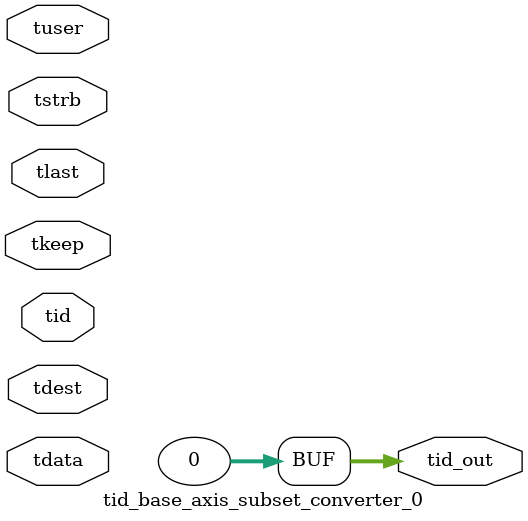
<source format=v>


`timescale 1ps/1ps

module tid_base_axis_subset_converter_0 #
(
parameter C_S_AXIS_TID_WIDTH   = 1,
parameter C_S_AXIS_TUSER_WIDTH = 0,
parameter C_S_AXIS_TDATA_WIDTH = 0,
parameter C_S_AXIS_TDEST_WIDTH = 0,
parameter C_M_AXIS_TID_WIDTH   = 32
)
(
input  [(C_S_AXIS_TID_WIDTH   == 0 ? 1 : C_S_AXIS_TID_WIDTH)-1:0       ] tid,
input  [(C_S_AXIS_TDATA_WIDTH == 0 ? 1 : C_S_AXIS_TDATA_WIDTH)-1:0     ] tdata,
input  [(C_S_AXIS_TUSER_WIDTH == 0 ? 1 : C_S_AXIS_TUSER_WIDTH)-1:0     ] tuser,
input  [(C_S_AXIS_TDEST_WIDTH == 0 ? 1 : C_S_AXIS_TDEST_WIDTH)-1:0     ] tdest,
input  [(C_S_AXIS_TDATA_WIDTH/8)-1:0 ] tkeep,
input  [(C_S_AXIS_TDATA_WIDTH/8)-1:0 ] tstrb,
input                                                                    tlast,
output [(C_M_AXIS_TID_WIDTH   == 0 ? 1 : C_M_AXIS_TID_WIDTH)-1:0       ] tid_out
);

assign tid_out = {1'b0};

endmodule


</source>
